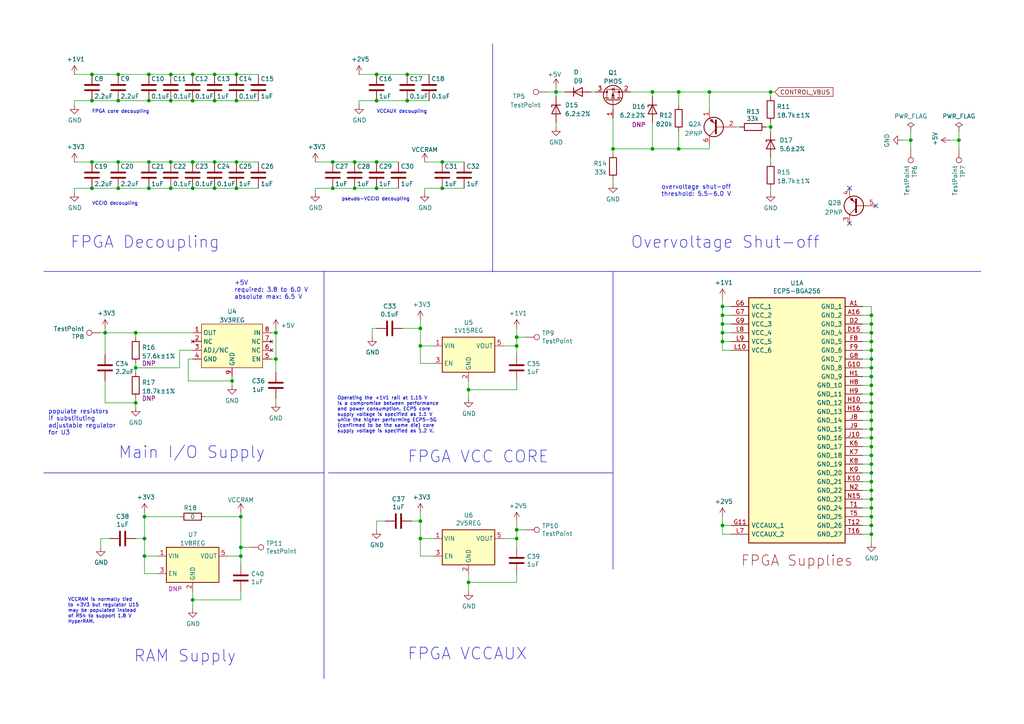
<source format=kicad_sch>
(kicad_sch (version 20230121) (generator eeschema)
  (paper "A4")
  (title_block (title "URTI Mainboard") (date "${DATE}") (rev "${VERSION}") (company "Copyright 2023 Great Scott Gadgets") (comment 1 "Licensed under the CERN-OHL-P v2"))
  (junction (at 102.87 54.61))
  (junction (at 177.8 43.18))
  (junction (at 68.58 29.21))
  (junction (at 39.37 96.52))
  (junction (at 252.73 114.3))
  (junction (at 209.55 96.52))
  (junction (at 278.13 40.64))
  (junction (at 252.73 154.94))
  (junction (at 68.58 21.59))
  (junction (at 62.23 21.59))
  (junction (at 128.27 46.99))
  (junction (at 205.74 26.67))
  (junction (at 69.85 158.75))
  (junction (at 252.73 147.32))
  (junction (at 196.85 26.67))
  (junction (at 209.55 99.06))
  (junction (at 252.73 106.68))
  (junction (at 252.73 139.7))
  (junction (at 26.67 21.59))
  (junction (at 62.23 54.61))
  (junction (at 252.73 124.46))
  (junction (at 209.55 152.4))
  (junction (at 49.53 46.99))
  (junction (at 26.67 54.61))
  (junction (at 209.55 88.9))
  (junction (at 43.18 21.59))
  (junction (at 252.73 142.24))
  (junction (at 109.22 46.99))
  (junction (at 49.53 29.21))
  (junction (at 252.73 129.54))
  (junction (at 69.85 149.86))
  (junction (at 26.67 46.99))
  (junction (at 252.73 104.14))
  (junction (at 252.73 132.08))
  (junction (at 252.73 91.44))
  (junction (at 55.88 54.61))
  (junction (at 41.91 156.21))
  (junction (at 135.89 113.03))
  (junction (at 34.29 46.99))
  (junction (at 252.73 144.78))
  (junction (at 121.92 100.33))
  (junction (at 41.91 161.29))
  (junction (at 55.88 21.59))
  (junction (at 43.18 54.61))
  (junction (at 49.53 54.61))
  (junction (at 209.55 93.98))
  (junction (at 68.58 46.99))
  (junction (at 252.73 96.52))
  (junction (at 149.86 156.21))
  (junction (at 252.73 137.16))
  (junction (at 43.18 46.99))
  (junction (at 121.92 151.13))
  (junction (at 49.53 21.59))
  (junction (at 55.88 29.21))
  (junction (at 34.29 54.61))
  (junction (at 252.73 99.06))
  (junction (at 34.29 21.59))
  (junction (at 252.73 116.84))
  (junction (at 252.73 119.38))
  (junction (at 252.73 149.86))
  (junction (at 55.88 173.99))
  (junction (at 121.92 95.25))
  (junction (at 55.88 46.99))
  (junction (at 96.52 54.61))
  (junction (at 67.31 110.49))
  (junction (at 68.58 54.61))
  (junction (at 41.91 149.86))
  (junction (at 149.86 97.79))
  (junction (at 196.85 43.18))
  (junction (at 96.52 46.99))
  (junction (at 30.48 96.52))
  (junction (at 223.52 36.83))
  (junction (at 252.73 127))
  (junction (at 252.73 152.4))
  (junction (at 252.73 111.76))
  (junction (at 149.86 153.67))
  (junction (at 118.11 29.21))
  (junction (at 80.01 104.14))
  (junction (at 39.37 106.68))
  (junction (at 62.23 46.99))
  (junction (at 149.86 100.33))
  (junction (at 118.11 21.59))
  (junction (at 252.73 121.92))
  (junction (at 189.23 26.67))
  (junction (at 69.85 161.29))
  (junction (at 26.67 29.21))
  (junction (at 109.22 21.59))
  (junction (at 161.29 26.67))
  (junction (at 34.29 29.21))
  (junction (at 264.16 40.64))
  (junction (at 109.22 54.61))
  (junction (at 80.01 96.52))
  (junction (at 43.18 29.21))
  (junction (at 252.73 109.22))
  (junction (at 109.22 29.21))
  (junction (at 128.27 54.61))
  (junction (at 252.73 93.98))
  (junction (at 39.37 116.84))
  (junction (at 252.73 101.6))
  (junction (at 102.87 46.99))
  (junction (at 252.73 134.62))
  (junction (at 121.92 156.21))
  (junction (at 189.23 43.18))
  (junction (at 223.52 26.67))
  (junction (at 62.23 29.21))
  (junction (at 135.89 168.91))
  (junction (at 209.55 91.44))
  (no_connect (at 246.38 64.77))
  (no_connect (at 246.38 54.61))
  (no_connect (at 254 59.69))
  (wire (pts (xy 39.37 156.21) (xy 41.91 156.21)))
  (wire (pts (xy 250.19 127) (xy 252.73 127)))
  (wire (pts (xy 149.86 97.79) (xy 152.4 97.79)))
  (wire (pts (xy 91.44 46.99) (xy 96.52 46.99)))
  (wire (pts (xy 55.88 104.14) (xy 54.61 104.14)))
  (wire (pts (xy 250.19 137.16) (xy 252.73 137.16)))
  (wire (pts (xy 54.61 110.49) (xy 67.31 110.49)))
  (wire (pts (xy 45.72 161.29) (xy 41.91 161.29)))
  (wire (pts (xy 30.48 96.52) (xy 30.48 102.87)))
  (wire (pts (xy 121.92 156.21) (xy 121.92 161.29)))
  (wire (pts (xy 209.55 101.6) (xy 212.09 101.6)))
  (wire (pts (xy 68.58 29.21) (xy 62.23 29.21)))
  (wire (pts (xy 209.55 91.44) (xy 209.55 93.98)))
  (wire (pts (xy 134.62 54.61) (xy 128.27 54.61)))
  (wire (pts (xy 252.73 119.38) (xy 252.73 121.92)))
  (wire (pts (xy 212.09 96.52) (xy 209.55 96.52)))
  (wire (pts (xy 209.55 99.06) (xy 209.55 101.6)))
  (wire (pts (xy 39.37 116.84) (xy 39.37 118.11)))
  (wire (pts (xy 39.37 106.68) (xy 52.07 106.68)))
  (wire (pts (xy 69.85 173.99) (xy 55.88 173.99)))
  (wire (pts (xy 278.13 43.18) (xy 278.13 40.64)))
  (wire (pts (xy 68.58 46.99) (xy 74.93 46.99)))
  (wire (pts (xy 252.73 124.46) (xy 252.73 127)))
  (wire (pts (xy 252.73 106.68) (xy 252.73 109.22)))
  (wire (pts (xy 250.19 134.62) (xy 252.73 134.62)))
  (wire (pts (xy 80.01 104.14) (xy 80.01 96.52)))
  (wire (pts (xy 250.19 111.76) (xy 252.73 111.76)))
  (wire (pts (xy 252.73 147.32) (xy 252.73 149.86)))
  (wire (pts (xy 80.01 115.57) (xy 80.01 116.84)))
  (wire (pts (xy 121.92 105.41) (xy 125.73 105.41)))
  (wire (pts (xy 109.22 153.67) (xy 109.22 151.13)))
  (wire (pts (xy 250.19 114.3) (xy 252.73 114.3)))
  (wire (pts (xy 69.85 158.75) (xy 69.85 161.29)))
  (wire (pts (xy 209.55 149.86) (xy 209.55 152.4)))
  (wire (pts (xy 149.86 95.25) (xy 149.86 97.79)))
  (wire (pts (xy 252.73 101.6) (xy 252.73 104.14)))
  (wire (pts (xy 252.73 149.86) (xy 252.73 152.4)))
  (wire (pts (xy 177.8 53.34) (xy 177.8 52.07)))
  (wire (pts (xy 149.86 153.67) (xy 149.86 156.21)))
  (wire (pts (xy 212.09 99.06) (xy 209.55 99.06)))
  (wire (pts (xy 26.67 54.61) (xy 34.29 54.61)))
  (wire (pts (xy 223.52 36.83) (xy 223.52 38.1)))
  (wire (pts (xy 121.92 151.13) (xy 121.92 156.21)))
  (wire (pts (xy 107.95 97.79) (xy 107.95 95.25)))
  (wire (pts (xy 189.23 26.67) (xy 182.88 26.67)))
  (wire (pts (xy 250.19 119.38) (xy 252.73 119.38)))
  (polyline (pts (xy 93.98 78.74) (xy 93.98 196.85)))
  (wire (pts (xy 109.22 29.21) (xy 104.14 29.21)))
  (wire (pts (xy 172.72 26.67) (xy 171.45 26.67)))
  (wire (pts (xy 161.29 27.94) (xy 161.29 26.67)))
  (wire (pts (xy 41.91 156.21) (xy 41.91 161.29)))
  (wire (pts (xy 123.19 46.99) (xy 128.27 46.99)))
  (wire (pts (xy 62.23 21.59) (xy 68.58 21.59)))
  (wire (pts (xy 252.73 142.24) (xy 252.73 144.78)))
  (wire (pts (xy 177.8 44.45) (xy 177.8 43.18)))
  (wire (pts (xy 212.09 152.4) (xy 209.55 152.4)))
  (wire (pts (xy 212.09 91.44) (xy 209.55 91.44)))
  (wire (pts (xy 223.52 54.61) (xy 223.52 55.88)))
  (wire (pts (xy 189.23 35.56) (xy 189.23 43.18)))
  (wire (pts (xy 104.14 29.21) (xy 104.14 30.48)))
  (wire (pts (xy 264.16 40.64) (xy 264.16 38.1)))
  (wire (pts (xy 196.85 26.67) (xy 205.74 26.67)))
  (wire (pts (xy 68.58 54.61) (xy 62.23 54.61)))
  (wire (pts (xy 252.73 99.06) (xy 252.73 101.6)))
  (wire (pts (xy 250.19 142.24) (xy 252.73 142.24)))
  (wire (pts (xy 41.91 148.59) (xy 41.91 149.86)))
  (wire (pts (xy 250.19 116.84) (xy 252.73 116.84)))
  (wire (pts (xy 250.19 99.06) (xy 252.73 99.06)))
  (wire (pts (xy 146.05 156.21) (xy 149.86 156.21)))
  (wire (pts (xy 252.73 139.7) (xy 252.73 142.24)))
  (wire (pts (xy 223.52 26.67) (xy 223.52 27.94)))
  (wire (pts (xy 250.19 124.46) (xy 252.73 124.46)))
  (wire (pts (xy 116.84 95.25) (xy 121.92 95.25)))
  (wire (pts (xy 39.37 105.41) (xy 39.37 106.68)))
  (wire (pts (xy 118.11 21.59) (xy 124.46 21.59)))
  (wire (pts (xy 26.67 46.99) (xy 34.29 46.99)))
  (wire (pts (xy 161.29 25.4) (xy 161.29 26.67)))
  (wire (pts (xy 54.61 104.14) (xy 54.61 110.49)))
  (wire (pts (xy 67.31 110.49) (xy 67.31 111.76)))
  (wire (pts (xy 250.19 139.7) (xy 252.73 139.7)))
  (wire (pts (xy 252.73 109.22) (xy 252.73 111.76)))
  (wire (pts (xy 252.73 129.54) (xy 252.73 132.08)))
  (wire (pts (xy 250.19 144.78) (xy 252.73 144.78)))
  (polyline (pts (xy 12.7 78.74) (xy 284.48 78.74)))
  (wire (pts (xy 252.73 144.78) (xy 252.73 147.32)))
  (wire (pts (xy 39.37 96.52) (xy 55.88 96.52)))
  (wire (pts (xy 62.23 29.21) (xy 55.88 29.21)))
  (wire (pts (xy 121.92 100.33) (xy 121.92 105.41)))
  (wire (pts (xy 209.55 154.94) (xy 209.55 152.4)))
  (wire (pts (xy 278.13 40.64) (xy 278.13 38.1)))
  (wire (pts (xy 149.86 168.91) (xy 135.89 168.91)))
  (wire (pts (xy 224.79 26.67) (xy 223.52 26.67)))
  (wire (pts (xy 62.23 46.99) (xy 68.58 46.99)))
  (wire (pts (xy 223.52 45.72) (xy 223.52 46.99)))
  (wire (pts (xy 250.19 96.52) (xy 252.73 96.52)))
  (wire (pts (xy 52.07 106.68) (xy 52.07 101.6)))
  (wire (pts (xy 163.83 26.67) (xy 161.29 26.67)))
  (wire (pts (xy 252.73 152.4) (xy 252.73 154.94)))
  (wire (pts (xy 135.89 110.49) (xy 135.89 113.03)))
  (wire (pts (xy 109.22 29.21) (xy 118.11 29.21)))
  (polyline (pts (xy 95.25 137.16) (xy 177.8 137.16)))
  (wire (pts (xy 205.74 41.91) (xy 205.74 43.18)))
  (wire (pts (xy 250.19 149.86) (xy 252.73 149.86)))
  (wire (pts (xy 69.85 148.59) (xy 69.85 149.86)))
  (wire (pts (xy 29.21 158.75) (xy 29.21 156.21)))
  (wire (pts (xy 189.23 27.94) (xy 189.23 26.67)))
  (wire (pts (xy 223.52 36.83) (xy 223.52 35.56)))
  (wire (pts (xy 69.85 149.86) (xy 69.85 158.75)))
  (wire (pts (xy 252.73 93.98) (xy 252.73 96.52)))
  (wire (pts (xy 212.09 154.94) (xy 209.55 154.94)))
  (polyline (pts (xy 93.98 137.16) (xy 12.7 137.16)))
  (wire (pts (xy 135.89 168.91) (xy 135.89 171.45)))
  (wire (pts (xy 109.22 46.99) (xy 115.57 46.99)))
  (wire (pts (xy 250.19 129.54) (xy 252.73 129.54)))
  (wire (pts (xy 43.18 21.59) (xy 49.53 21.59)))
  (wire (pts (xy 80.01 96.52) (xy 78.74 96.52)))
  (wire (pts (xy 209.55 96.52) (xy 209.55 99.06)))
  (wire (pts (xy 149.86 166.37) (xy 149.86 168.91)))
  (polyline (pts (xy 142.875 78.74) (xy 142.875 12.7)))
  (wire (pts (xy 125.73 100.33) (xy 121.92 100.33)))
  (wire (pts (xy 41.91 149.86) (xy 52.07 149.86)))
  (wire (pts (xy 158.75 26.67) (xy 161.29 26.67)))
  (wire (pts (xy 39.37 106.68) (xy 39.37 107.95)))
  (wire (pts (xy 59.69 149.86) (xy 69.85 149.86)))
  (wire (pts (xy 250.19 106.68) (xy 252.73 106.68)))
  (wire (pts (xy 125.73 156.21) (xy 121.92 156.21)))
  (wire (pts (xy 123.19 55.88) (xy 123.19 54.61)))
  (wire (pts (xy 121.92 161.29) (xy 125.73 161.29)))
  (wire (pts (xy 135.89 113.03) (xy 135.89 115.57)))
  (wire (pts (xy 252.73 121.92) (xy 252.73 124.46)))
  (polyline (pts (xy 177.8 78.74) (xy 177.8 165.1)))
  (wire (pts (xy 252.73 114.3) (xy 252.73 116.84)))
  (wire (pts (xy 119.38 151.13) (xy 121.92 151.13)))
  (wire (pts (xy 213.36 36.83) (xy 214.63 36.83)))
  (wire (pts (xy 196.85 43.18) (xy 189.23 43.18)))
  (wire (pts (xy 149.86 158.75) (xy 149.86 156.21)))
  (wire (pts (xy 252.73 132.08) (xy 252.73 134.62)))
  (wire (pts (xy 30.48 96.52) (xy 39.37 96.52)))
  (wire (pts (xy 91.44 54.61) (xy 91.44 55.88)))
  (wire (pts (xy 250.19 147.32) (xy 252.73 147.32)))
  (wire (pts (xy 252.73 137.16) (xy 252.73 139.7)))
  (wire (pts (xy 252.73 134.62) (xy 252.73 137.16)))
  (wire (pts (xy 26.67 29.21) (xy 21.59 29.21)))
  (wire (pts (xy 212.09 88.9) (xy 209.55 88.9)))
  (wire (pts (xy 21.59 21.59) (xy 26.67 21.59)))
  (wire (pts (xy 21.59 46.99) (xy 26.67 46.99)))
  (wire (pts (xy 252.73 127) (xy 252.73 129.54)))
  (wire (pts (xy 69.85 171.45) (xy 69.85 173.99)))
  (wire (pts (xy 250.19 121.92) (xy 252.73 121.92)))
  (wire (pts (xy 189.23 43.18) (xy 177.8 43.18)))
  (wire (pts (xy 149.86 97.79) (xy 149.86 100.33)))
  (wire (pts (xy 196.85 38.1) (xy 196.85 43.18)))
  (wire (pts (xy 121.92 95.25) (xy 121.92 100.33)))
  (wire (pts (xy 39.37 116.84) (xy 39.37 115.57)))
  (wire (pts (xy 109.22 151.13) (xy 111.76 151.13)))
  (wire (pts (xy 55.88 29.21) (xy 49.53 29.21)))
  (wire (pts (xy 72.39 158.75) (xy 69.85 158.75)))
  (wire (pts (xy 177.8 43.18) (xy 177.8 34.29)))
  (wire (pts (xy 252.73 104.14) (xy 252.73 106.68)))
  (wire (pts (xy 96.52 54.61) (xy 91.44 54.61)))
  (wire (pts (xy 26.67 54.61) (xy 21.59 54.61)))
  (wire (pts (xy 149.86 113.03) (xy 135.89 113.03)))
  (wire (pts (xy 205.74 26.67) (xy 205.74 31.75)))
  (wire (pts (xy 209.55 88.9) (xy 209.55 91.44)))
  (wire (pts (xy 96.52 46.99) (xy 102.87 46.99)))
  (wire (pts (xy 34.29 46.99) (xy 43.18 46.99)))
  (wire (pts (xy 121.92 92.71) (xy 121.92 95.25)))
  (wire (pts (xy 124.46 29.21) (xy 118.11 29.21)))
  (wire (pts (xy 250.19 109.22) (xy 252.73 109.22)))
  (wire (pts (xy 261.62 40.64) (xy 264.16 40.64)))
  (wire (pts (xy 49.53 29.21) (xy 43.18 29.21)))
  (wire (pts (xy 41.91 149.86) (xy 41.91 156.21)))
  (wire (pts (xy 128.27 46.99) (xy 134.62 46.99)))
  (wire (pts (xy 212.09 93.98) (xy 209.55 93.98)))
  (wire (pts (xy 135.89 166.37) (xy 135.89 168.91)))
  (wire (pts (xy 34.29 21.59) (xy 43.18 21.59)))
  (wire (pts (xy 55.88 21.59) (xy 62.23 21.59)))
  (wire (pts (xy 121.92 148.59) (xy 121.92 151.13)))
  (wire (pts (xy 209.55 93.98) (xy 209.55 96.52)))
  (wire (pts (xy 55.88 173.99) (xy 55.88 176.53)))
  (wire (pts (xy 161.29 35.56) (xy 161.29 36.83)))
  (wire (pts (xy 115.57 54.61) (xy 109.22 54.61)))
  (wire (pts (xy 41.91 166.37) (xy 45.72 166.37)))
  (wire (pts (xy 250.19 152.4) (xy 252.73 152.4)))
  (wire (pts (xy 252.73 91.44) (xy 252.73 93.98)))
  (wire (pts (xy 104.14 21.59) (xy 109.22 21.59)))
  (wire (pts (xy 55.88 171.45) (xy 55.88 173.99)))
  (wire (pts (xy 43.18 54.61) (xy 49.53 54.61)))
  (wire (pts (xy 252.73 96.52) (xy 252.73 99.06)))
  (wire (pts (xy 21.59 29.21) (xy 21.59 30.48)))
  (wire (pts (xy 34.29 54.61) (xy 43.18 54.61)))
  (wire (pts (xy 62.23 54.61) (xy 55.88 54.61)))
  (wire (pts (xy 250.19 91.44) (xy 252.73 91.44)))
  (wire (pts (xy 30.48 116.84) (xy 30.48 110.49)))
  (wire (pts (xy 68.58 21.59) (xy 74.93 21.59)))
  (wire (pts (xy 209.55 86.36) (xy 209.55 88.9)))
  (wire (pts (xy 264.16 43.18) (xy 264.16 40.64)))
  (wire (pts (xy 109.22 54.61) (xy 102.87 54.61)))
  (wire (pts (xy 250.19 104.14) (xy 252.73 104.14)))
  (wire (pts (xy 252.73 88.9) (xy 252.73 91.44)))
  (wire (pts (xy 107.95 95.25) (xy 109.22 95.25)))
  (wire (pts (xy 49.53 21.59) (xy 55.88 21.59)))
  (wire (pts (xy 146.05 100.33) (xy 149.86 100.33)))
  (wire (pts (xy 55.88 46.99) (xy 62.23 46.99)))
  (wire (pts (xy 223.52 36.83) (xy 222.25 36.83)))
  (wire (pts (xy 78.74 104.14) (xy 80.01 104.14)))
  (wire (pts (xy 109.22 21.59) (xy 118.11 21.59)))
  (wire (pts (xy 66.04 161.29) (xy 69.85 161.29)))
  (wire (pts (xy 250.19 88.9) (xy 252.73 88.9)))
  (wire (pts (xy 30.48 96.52) (xy 30.48 95.25)))
  (wire (pts (xy 41.91 161.29) (xy 41.91 166.37)))
  (wire (pts (xy 34.29 29.21) (xy 43.18 29.21)))
  (wire (pts (xy 205.74 43.18) (xy 196.85 43.18)))
  (wire (pts (xy 102.87 46.99) (xy 109.22 46.99)))
  (wire (pts (xy 152.4 153.67) (xy 149.86 153.67)))
  (wire (pts (xy 250.19 101.6) (xy 252.73 101.6)))
  (wire (pts (xy 196.85 30.48) (xy 196.85 26.67)))
  (wire (pts (xy 250.19 93.98) (xy 252.73 93.98)))
  (wire (pts (xy 149.86 100.33) (xy 149.86 102.87)))
  (wire (pts (xy 96.52 54.61) (xy 102.87 54.61)))
  (wire (pts (xy 39.37 97.79) (xy 39.37 96.52)))
  (wire (pts (xy 250.19 154.94) (xy 252.73 154.94)))
  (wire (pts (xy 275.59 40.64) (xy 278.13 40.64)))
  (wire (pts (xy 69.85 163.83) (xy 69.85 161.29)))
  (wire (pts (xy 205.74 26.67) (xy 223.52 26.67)))
  (wire (pts (xy 80.01 95.25) (xy 80.01 96.52)))
  (wire (pts (xy 29.21 156.21) (xy 31.75 156.21)))
  (wire (pts (xy 21.59 54.61) (xy 21.59 55.88)))
  (wire (pts (xy 149.86 151.13) (xy 149.86 153.67)))
  (wire (pts (xy 123.19 54.61) (xy 128.27 54.61)))
  (wire (pts (xy 49.53 46.99) (xy 55.88 46.99)))
  (wire (pts (xy 43.18 46.99) (xy 49.53 46.99)))
  (wire (pts (xy 67.31 109.22) (xy 67.31 110.49)))
  (wire (pts (xy 252.73 111.76) (xy 252.73 114.3)))
  (wire (pts (xy 26.67 29.21) (xy 34.29 29.21)))
  (wire (pts (xy 196.85 26.67) (xy 189.23 26.67)))
  (wire (pts (xy 74.93 29.21) (xy 68.58 29.21)))
  (wire (pts (xy 30.48 96.52) (xy 29.21 96.52)))
  (wire (pts (xy 80.01 107.95) (xy 80.01 104.14)))
  (wire (pts (xy 49.53 54.61) (xy 55.88 54.61)))
  (wire (pts (xy 30.48 116.84) (xy 39.37 116.84)))
  (wire (pts (xy 52.07 101.6) (xy 55.88 101.6)))
  (wire (pts (xy 26.67 21.59) (xy 34.29 21.59)))
  (wire (pts (xy 252.73 116.84) (xy 252.73 119.38)))
  (wire (pts (xy 74.93 54.61) (xy 68.58 54.61)))
  (wire (pts (xy 149.86 110.49) (xy 149.86 113.03)))
  (wire (pts (xy 250.19 132.08) (xy 252.73 132.08)))
  (wire (pts (xy 252.73 154.94) (xy 252.73 157.48)))
  (text "VCCIO decoupling" (at 26.67 59.69 0) (effects (font (size 0.9906 0.9906)) (justify left bottom)))
  (text "FPGA VCC CORE" (at 118.11 134.62 0) (effects (font (size 3.4036 3.4036)) (justify left bottom)))
  (text "FPGA Decoupling" (at 20.32 72.39 0) (effects (font (size 3.4036 3.4036)) (justify left bottom)))
  (text "FPGA core decoupling" (at 26.67 33.02 0) (effects (font (size 0.9906 0.9906)) (justify left bottom)))
  (text "+5V\nrequired: 3.8 to 6.0 V\nabsolute max: 6.5 V" (at 67.945 86.995 0) (effects (font (size 1.27 1.27)) (justify left bottom)))
  (text "overvoltage shut-off\nthreshold: 5.5-6.0 V" (at 191.77 57.15 0) (effects (font (size 1.27 1.27)) (justify left bottom)))
  (text "VCCRAM is normally tied\nto +3V3 but regulator U15\nmay be populated instead\nof R54 to support 1.8 V\nHyperRAM." (at 19.685 180.975 0) (effects (font (size 0.9906 0.9906)) (justify left bottom)))
  (text "VCCAUX decoupling" (at 109.22 33.02 0) (effects (font (size 0.9906 0.9906)) (justify left bottom)))
  (text "FPGA VCCAUX" (at 118.11 191.77 0) (effects (font (size 3.4036 3.4036)) (justify left bottom)))
  (text "Main I/O Supply" (at 34.29 133.35 0) (effects (font (size 3.4036 3.4036)) (justify left bottom)))
  (text "Overvoltage Shut-off" (at 182.88 72.39 0) (effects (font (size 3.4036 3.4036)) (justify left bottom)))
  (text "populate resistors\nif substituting\nadjustable regulator\nfor U3" (at 13.97 126.365 0) (effects (font (size 1.27 1.27)) (justify left bottom)))
  (text "RAM Supply" (at 38.735 192.405 0) (effects (font (size 3.4036 3.4036)) (justify left bottom)))
  (text "Operating the +1V1 rail at 1.15 V\nis a compromise between performance\nand power consumption. ECP5 core\nsupply voltage is specified as 1.1 V\nwhile the higher performing ECP5-5G\n(confirmed to be the same die) core\nsupply voltage is specified as 1.2 V.\n" (at 97.79 125.73 0) (effects (font (size 0.9906 0.9906)) (justify left bottom)))
  (text "pseudo-VCCIO decoupling" (at 99.06 58.42 0) (effects (font (size 0.9906 0.9906)) (justify left bottom)))
  (global_label "CONTROL_VBUS" (shape input) (at 224.79 26.67 0) (property "Intersheetrefs" "${INTERSHEET_REFS}" (effects hide)))
  (symbol (lib_id "fpgas_and_processors:ECP5-BGA256") (at 212.09 86.36 0) (unit 1)
    (property "Reference" "U1" (at 231.14 82.0928 0))
    (property "Value" "ECP5-BGA256" (at 231.14 84.4042 0))
    (property "Footprint" "mainboard:lattice_cabga256" (effects hide))
    (property "Description" "FPGA - Field Programmable Gate Array ECP5; 12k LUTs; 1.1V" (effects hide))
    (property "Manufacturer" "Lattice" (effects hide))
    (property "Part Number" "LFE5U-12F-6BG256C" (effects hide))
    (property "Substitution" "LFE5U-12F-*BG256*, LFE5U-25F-*BG256*" (effects hide))
  )
  (symbol (lib_id "power:GND") (at 252.73 157.48 0) (unit 1)
    (property "Reference" "#PWR0104" (effects hide))
    (property "Value" "GND" (at 252.857 161.8742 0))
  )
  (symbol (lib_id "power:+2V5") (at 209.55 149.86 0) (unit 1)
    (property "Reference" "#PWR0101" (effects hide))
    (property "Value" "+2V5" (at 209.931 145.4658 0))
  )
  (symbol (lib_id "power:+1V1") (at 209.55 86.36 0) (unit 1)
    (property "Reference" "#PWR088" (effects hide))
    (property "Value" "+1V1" (at 209.931 81.9658 0))
  )
  (symbol (lib_id "power:+3V3") (at 121.92 148.59 0) (unit 1)
    (property "Reference" "#PWR0100" (effects hide))
    (property "Value" "+3V3" (at 122.301 144.1958 0))
  )
  (symbol (lib_id "power:GND") (at 135.89 171.45 0) (unit 1)
    (property "Reference" "#PWR0106" (effects hide))
    (property "Value" "GND" (at 136.017 175.8442 0))
  )
  (symbol (lib_id "Device:C") (at 115.57 151.13 270) (unit 1)
    (property "Reference" "C37" (at 115.57 144.7292 90))
    (property "Value" "1uF" (at 115.57 147.0406 90))
    (property "Footprint" "Capacitor_SMD:C_0402_1005Metric" (effects hide))
    (property "Part Number" "CL05A105MQ5NNNC" (effects hide))
    (property "Substitution" "CL05A105KQ5NNNC, CL05A105KP5NNNC, CL05A105KO5NNNC" (effects hide))
    (property "Description" "CAP CER 1UF 6.3V X5R 0402 20%" (effects hide))
    (property "Manufacturer" "Samsung" (effects hide))
  )
  (symbol (lib_id "power:GND") (at 109.22 153.67 0) (unit 1)
    (property "Reference" "#PWR0103" (effects hide))
    (property "Value" "GND" (at 109.347 158.0642 0))
  )
  (symbol (lib_id "Device:C") (at 149.86 162.56 0) (unit 1)
    (property "Reference" "C39" (at 152.781 161.3916 0) (effects (justify left)))
    (property "Value" "1uF" (at 152.781 163.703 0) (effects (justify left)))
    (property "Footprint" "Capacitor_SMD:C_0402_1005Metric" (effects hide))
    (property "Part Number" "CL05A105MQ5NNNC" (effects hide))
    (property "Substitution" "CL05A105KQ5NNNC, CL05A105KP5NNNC, CL05A105KO5NNNC" (effects hide))
    (property "Description" "CAP CER 1UF 6.3V X5R 0402 20%" (effects hide))
    (property "Manufacturer" "Samsung" (effects hide))
  )
  (symbol (lib_id "Regulator_Linear:MIC5504-2.5YM5") (at 135.89 158.75 0) (unit 1)
    (property "Reference" "U6" (at 135.89 149.4282 0))
    (property "Value" "2V5REG" (at 135.89 151.7396 0))
    (property "Footprint" "Package_TO_SOT_SMD:SOT-23-5" (effects hide))
    (property "Datasheet" "http://ww1.microchip.com/downloads/en/DeviceDoc/MIC550X.pdf" (effects hide))
    (property "Description" "IC REG LINEAR 2.5V 300MA SOT23-5" (effects hide))
    (property "Manufacturer" "Microchip" (effects hide))
    (property "Part Number" "MIC5504-2.5YM5-TR" (effects hide))
  )
  (symbol (lib_id "power:+2V5") (at 149.86 151.13 0) (unit 1)
    (property "Reference" "#PWR0102" (effects hide))
    (property "Value" "+2V5" (at 150.241 146.7358 0))
  )
  (symbol (lib_id "Device:C") (at 30.48 106.68 0) (unit 1)
    (property "Reference" "C34" (at 33.401 105.5116 0) (effects (justify left)))
    (property "Value" "2.2uF" (at 33.401 107.823 0) (effects (justify left)))
    (property "Footprint" "Capacitor_SMD:C_0603_1608Metric" (effects hide))
    (property "Description" "CAP CER 2.2UF 10V X5R 0603" (effects hide))
    (property "Manufacturer" "Samsung" (effects hide))
    (property "Part Number" "CL10A225KP8NNNC" (effects hide))
    (property "Substitution" "any equivalent" (effects hide))
  )
  (symbol (lib_id "power:+3V3") (at 30.48 95.25 0) (unit 1)
    (property "Reference" "#PWR090" (effects hide))
    (property "Value" "+3V3" (at 30.861 90.8558 0))
  )
  (symbol (lib_id "power:GND") (at 135.89 115.57 0) (unit 1)
    (property "Reference" "#PWR095" (effects hide))
    (property "Value" "GND" (at 136.017 119.9642 0))
  )
  (symbol (lib_id "Device:C") (at 113.03 95.25 270) (unit 1)
    (property "Reference" "C33" (at 113.03 88.8492 90))
    (property "Value" "0.1uF" (at 113.03 91.1606 90))
    (property "Footprint" "Capacitor_SMD:C_0402_1005Metric" (effects hide))
    (property "Part Number" "CL05A104KA5NNNC" (effects hide))
    (property "Substitution" "any equivalent" (effects hide))
    (property "Description" "CAP CER 0.1UF 25V X5R 0402" (effects hide))
    (property "Manufacturer" "Samsung" (effects hide))
  )
  (symbol (lib_id "power:GND") (at 107.95 97.79 0) (unit 1)
    (property "Reference" "#PWR093" (effects hide))
    (property "Value" "GND" (at 108.077 102.1842 0))
  )
  (symbol (lib_id "Device:C") (at 149.86 106.68 0) (unit 1)
    (property "Reference" "C35" (at 152.781 105.5116 0) (effects (justify left)))
    (property "Value" "1uF" (at 152.781 107.823 0) (effects (justify left)))
    (property "Footprint" "Capacitor_SMD:C_0402_1005Metric" (effects hide))
    (property "Part Number" "CL05A105MQ5NNNC" (effects hide))
    (property "Substitution" "CL05A105KQ5NNNC, CL05A105KP5NNNC, CL05A105KO5NNNC" (effects hide))
    (property "Description" "CAP CER 1UF 6.3V X5R 0402 20%" (effects hide))
    (property "Manufacturer" "Samsung" (effects hide))
  )
  (symbol (lib_id "power:+1V1") (at 149.86 95.25 0) (unit 1)
    (property "Reference" "#PWR092" (effects hide))
    (property "Value" "+1V1" (at 150.241 90.8558 0))
  )
  (symbol (lib_id "Device:C") (at 43.18 25.4 0) (unit 1)
    (property "Reference" "C10" (at 43.815 22.86 0) (effects (justify left)))
    (property "Value" "0.1uF" (at 43.815 27.94 0) (effects (justify left)))
    (property "Footprint" "Capacitor_SMD:C_0402_1005Metric" (effects hide))
    (property "Part Number" "CL05A104KA5NNNC" (effects hide))
    (property "Substitution" "any equivalent" (effects hide))
    (property "Description" "CAP CER 0.1UF 25V X5R 0402" (effects hide))
    (property "Manufacturer" "Samsung" (effects hide))
  )
  (symbol (lib_id "Device:C") (at 49.53 25.4 0) (unit 1)
    (property "Reference" "C11" (at 50.165 22.86 0) (effects (justify left)))
    (property "Value" "0.1uF" (at 50.165 27.94 0) (effects (justify left)))
    (property "Footprint" "Capacitor_SMD:C_0402_1005Metric" (effects hide))
    (property "Part Number" "CL05A104KA5NNNC" (effects hide))
    (property "Substitution" "any equivalent" (effects hide))
    (property "Description" "CAP CER 0.1UF 25V X5R 0402" (effects hide))
    (property "Manufacturer" "Samsung" (effects hide))
  )
  (symbol (lib_id "Device:C") (at 55.88 25.4 0) (unit 1)
    (property "Reference" "C12" (at 56.515 22.86 0) (effects (justify left)))
    (property "Value" "0.1uF" (at 56.515 27.94 0) (effects (justify left)))
    (property "Footprint" "Capacitor_SMD:C_0402_1005Metric" (effects hide))
    (property "Part Number" "CL05A104KA5NNNC" (effects hide))
    (property "Substitution" "any equivalent" (effects hide))
    (property "Description" "CAP CER 0.1UF 25V X5R 0402" (effects hide))
    (property "Manufacturer" "Samsung" (effects hide))
  )
  (symbol (lib_id "Device:C") (at 62.23 25.4 0) (unit 1)
    (property "Reference" "C13" (at 62.865 22.86 0) (effects (justify left)))
    (property "Value" "1uF" (at 62.865 27.94 0) (effects (justify left)))
    (property "Footprint" "Capacitor_SMD:C_0402_1005Metric" (effects hide))
    (property "Part Number" "CL05A105MQ5NNNC" (effects hide))
    (property "Substitution" "CL05A105KQ5NNNC, CL05A105KP5NNNC, CL05A105KO5NNNC" (effects hide))
    (property "Description" "CAP CER 1UF 6.3V X5R 0402 20%" (effects hide))
    (property "Manufacturer" "Samsung" (effects hide))
  )
  (symbol (lib_id "Device:C") (at 68.58 25.4 0) (unit 1)
    (property "Reference" "C14" (at 69.215 22.86 0) (effects (justify left)))
    (property "Value" "0.1uF" (at 69.215 27.94 0) (effects (justify left)))
    (property "Footprint" "Capacitor_SMD:C_0402_1005Metric" (effects hide))
    (property "Part Number" "CL05A104KA5NNNC" (effects hide))
    (property "Substitution" "any equivalent" (effects hide))
    (property "Description" "CAP CER 0.1UF 25V X5R 0402" (effects hide))
    (property "Manufacturer" "Samsung" (effects hide))
  )
  (symbol (lib_id "Device:C") (at 74.93 25.4 0) (unit 1)
    (property "Reference" "C15" (at 75.565 22.86 0) (effects (justify left)))
    (property "Value" "1uF" (at 75.565 27.94 0) (effects (justify left)))
    (property "Footprint" "Capacitor_SMD:C_0402_1005Metric" (effects hide))
    (property "Part Number" "CL05A105MQ5NNNC" (effects hide))
    (property "Substitution" "CL05A105KQ5NNNC, CL05A105KP5NNNC, CL05A105KO5NNNC" (effects hide))
    (property "Description" "CAP CER 1UF 6.3V X5R 0402 20%" (effects hide))
    (property "Manufacturer" "Samsung" (effects hide))
  )
  (symbol (lib_id "Device:C") (at 34.29 25.4 0) (unit 1)
    (property "Reference" "C9" (at 34.925 22.86 0) (effects (justify left)))
    (property "Value" "2.2uF" (at 34.925 27.94 0) (effects (justify left)))
    (property "Footprint" "Capacitor_SMD:C_0603_1608Metric" (effects hide))
    (property "Description" "CAP CER 2.2UF 10V X5R 0603" (effects hide))
    (property "Manufacturer" "Samsung" (effects hide))
    (property "Part Number" "CL10A225KP8NNNC" (effects hide))
    (property "Substitution" "any equivalent" (effects hide))
  )
  (symbol (lib_id "Device:C") (at 26.67 25.4 0) (unit 1)
    (property "Reference" "C8" (at 27.305 22.86 0) (effects (justify left)))
    (property "Value" "2.2uF" (at 27.305 27.94 0) (effects (justify left)))
    (property "Footprint" "Capacitor_SMD:C_0603_1608Metric" (effects hide))
    (property "Description" "CAP CER 2.2UF 10V X5R 0603" (effects hide))
    (property "Manufacturer" "Samsung" (effects hide))
    (property "Part Number" "CL10A225KP8NNNC" (effects hide))
    (property "Substitution" "any equivalent" (effects hide))
  )
  (symbol (lib_id "power:+1V1") (at 21.59 21.59 0) (unit 1)
    (property "Reference" "#PWR072" (effects hide))
    (property "Value" "+1V1" (at 21.971 17.1958 0))
  )
  (symbol (lib_id "power:GND") (at 21.59 30.48 0) (unit 1)
    (property "Reference" "#PWR075" (effects hide))
    (property "Value" "GND" (at 21.717 34.8742 0))
  )
  (symbol (lib_id "Device:C") (at 43.18 50.8 0) (unit 1)
    (property "Reference" "C21" (at 43.815 48.26 0) (effects (justify left)))
    (property "Value" "1uF" (at 43.815 53.34 0) (effects (justify left)))
    (property "Footprint" "Capacitor_SMD:C_0402_1005Metric" (effects hide))
    (property "Part Number" "CL05A105MQ5NNNC" (effects hide))
    (property "Substitution" "CL05A105KQ5NNNC, CL05A105KP5NNNC, CL05A105KO5NNNC" (effects hide))
    (property "Description" "CAP CER 1UF 6.3V X5R 0402 20%" (effects hide))
    (property "Manufacturer" "Samsung" (effects hide))
  )
  (symbol (lib_id "Device:C") (at 55.88 50.8 0) (unit 1)
    (property "Reference" "C23" (at 56.515 48.26 0) (effects (justify left)))
    (property "Value" "0.1uF" (at 56.515 53.34 0) (effects (justify left)))
    (property "Footprint" "Capacitor_SMD:C_0402_1005Metric" (effects hide))
    (property "Part Number" "CL05A104KA5NNNC" (effects hide))
    (property "Substitution" "any equivalent" (effects hide))
    (property "Description" "CAP CER 0.1UF 25V X5R 0402" (effects hide))
    (property "Manufacturer" "Samsung" (effects hide))
  )
  (symbol (lib_id "Device:C") (at 62.23 50.8 0) (unit 1)
    (property "Reference" "C24" (at 62.865 48.26 0) (effects (justify left)))
    (property "Value" "0.1uF" (at 62.865 53.34 0) (effects (justify left)))
    (property "Footprint" "Capacitor_SMD:C_0402_1005Metric" (effects hide))
    (property "Part Number" "CL05A104KA5NNNC" (effects hide))
    (property "Substitution" "any equivalent" (effects hide))
    (property "Description" "CAP CER 0.1UF 25V X5R 0402" (effects hide))
    (property "Manufacturer" "Samsung" (effects hide))
  )
  (symbol (lib_id "Device:C") (at 68.58 50.8 0) (unit 1)
    (property "Reference" "C25" (at 69.215 48.26 0) (effects (justify left)))
    (property "Value" "1uF" (at 69.215 53.34 0) (effects (justify left)))
    (property "Footprint" "Capacitor_SMD:C_0402_1005Metric" (effects hide))
    (property "Part Number" "CL05A105MQ5NNNC" (effects hide))
    (property "Substitution" "CL05A105KQ5NNNC, CL05A105KP5NNNC, CL05A105KO5NNNC" (effects hide))
    (property "Description" "CAP CER 1UF 6.3V X5R 0402 20%" (effects hide))
    (property "Manufacturer" "Samsung" (effects hide))
  )
  (symbol (lib_id "Device:C") (at 74.93 50.8 0) (unit 1)
    (property "Reference" "C26" (at 75.565 48.26 0) (effects (justify left)))
    (property "Value" "1uF" (at 75.565 53.34 0) (effects (justify left)))
    (property "Footprint" "Capacitor_SMD:C_0402_1005Metric" (effects hide))
    (property "Part Number" "CL05A105MQ5NNNC" (effects hide))
    (property "Substitution" "CL05A105KQ5NNNC, CL05A105KP5NNNC, CL05A105KO5NNNC" (effects hide))
    (property "Description" "CAP CER 1UF 6.3V X5R 0402 20%" (effects hide))
    (property "Manufacturer" "Samsung" (effects hide))
  )
  (symbol (lib_id "Device:C") (at 26.67 50.8 0) (unit 1)
    (property "Reference" "C19" (at 27.305 48.26 0) (effects (justify left)))
    (property "Value" "2.2uF" (at 27.305 53.34 0) (effects (justify left)))
    (property "Footprint" "Capacitor_SMD:C_0603_1608Metric" (effects hide))
    (property "Description" "CAP CER 2.2UF 10V X5R 0603" (effects hide))
    (property "Manufacturer" "Samsung" (effects hide))
    (property "Part Number" "CL10A225KP8NNNC" (effects hide))
    (property "Substitution" "any equivalent" (effects hide))
  )
  (symbol (lib_id "power:GND") (at 21.59 55.88 0) (unit 1)
    (property "Reference" "#PWR084" (effects hide))
    (property "Value" "GND" (at 21.717 60.2742 0))
  )
  (symbol (lib_id "Device:C") (at 34.29 50.8 0) (unit 1)
    (property "Reference" "C20" (at 34.925 48.26 0) (effects (justify left)))
    (property "Value" "2.2uF" (at 34.925 53.34 0) (effects (justify left)))
    (property "Footprint" "Capacitor_SMD:C_0603_1608Metric" (effects hide))
    (property "Description" "CAP CER 2.2UF 10V X5R 0603" (effects hide))
    (property "Manufacturer" "Samsung" (effects hide))
    (property "Part Number" "CL10A225KP8NNNC" (effects hide))
    (property "Substitution" "any equivalent" (effects hide))
  )
  (symbol (lib_id "power:+3V3") (at 21.59 46.99 0) (unit 1)
    (property "Reference" "#PWR080" (effects hide))
    (property "Value" "+3V3" (at 21.971 42.5958 0))
  )
  (symbol (lib_id "power:GND") (at 104.14 30.48 0) (unit 1)
    (property "Reference" "#PWR076" (effects hide))
    (property "Value" "GND" (at 104.267 34.8742 0))
  )
  (symbol (lib_id "Device:C") (at 109.22 25.4 0) (unit 1)
    (property "Reference" "C16" (at 109.855 22.86 0) (effects (justify left)))
    (property "Value" "1uF" (at 109.855 27.94 0) (effects (justify left)))
    (property "Footprint" "Capacitor_SMD:C_0402_1005Metric" (effects hide))
    (property "Part Number" "CL05A105MQ5NNNC" (effects hide))
    (property "Substitution" "CL05A105KQ5NNNC, CL05A105KP5NNNC, CL05A105KO5NNNC" (effects hide))
    (property "Description" "CAP CER 1UF 6.3V X5R 0402 20%" (effects hide))
    (property "Manufacturer" "Samsung" (effects hide))
  )
  (symbol (lib_id "Device:C") (at 124.46 25.4 0) (unit 1)
    (property "Reference" "C18" (at 125.095 22.86 0) (effects (justify left)))
    (property "Value" "0.1uF" (at 125.095 27.94 0) (effects (justify left)))
    (property "Footprint" "Capacitor_SMD:C_0402_1005Metric" (effects hide))
    (property "Part Number" "CL05A104KA5NNNC" (effects hide))
    (property "Substitution" "any equivalent" (effects hide))
    (property "Description" "CAP CER 0.1UF 25V X5R 0402" (effects hide))
    (property "Manufacturer" "Samsung" (effects hide))
  )
  (symbol (lib_id "Device:C") (at 118.11 25.4 0) (unit 1)
    (property "Reference" "C17" (at 118.745 22.86 0) (effects (justify left)))
    (property "Value" "0.1uF" (at 118.745 27.94 0) (effects (justify left)))
    (property "Footprint" "Capacitor_SMD:C_0402_1005Metric" (effects hide))
    (property "Part Number" "CL05A104KA5NNNC" (effects hide))
    (property "Substitution" "any equivalent" (effects hide))
    (property "Description" "CAP CER 0.1UF 25V X5R 0402" (effects hide))
    (property "Manufacturer" "Samsung" (effects hide))
  )
  (symbol (lib_id "power:+2V5") (at 104.14 21.59 0) (unit 1)
    (property "Reference" "#PWR073" (effects hide))
    (property "Value" "+2V5" (at 104.521 17.1958 0))
  )
  (symbol (lib_id "Connector:TestPoint") (at 29.21 96.52 90) (unit 1) (in_bom no)
    (property "Reference" "TP8" (at 24.4602 97.663 90) (effects (justify left)))
    (property "Value" "TestPoint" (at 24.4602 95.377 90) (effects (justify left)))
    (property "Footprint" "TestPoint:TestPoint_Pad_D1.0mm" (effects hide))
  )
  (symbol (lib_id "Connector:TestPoint") (at 152.4 97.79 270) (unit 1) (in_bom no)
    (property "Reference" "TP9" (at 157.1498 96.647 90) (effects (justify left)))
    (property "Value" "TestPoint" (at 157.1498 98.933 90) (effects (justify left)))
    (property "Footprint" "TestPoint:TestPoint_Pad_D1.0mm" (effects hide))
  )
  (symbol (lib_id "Connector:TestPoint") (at 152.4 153.67 270) (unit 1) (in_bom no)
    (property "Reference" "TP10" (at 157.1498 152.527 90) (effects (justify left)))
    (property "Value" "TestPoint" (at 157.1498 154.813 90) (effects (justify left)))
    (property "Footprint" "TestPoint:TestPoint_Pad_D1.0mm" (effects hide))
  )
  (symbol (lib_id "Device:C") (at 80.01 111.76 0) (mirror y) (unit 1)
    (property "Reference" "C36" (at 74.93 110.49 0))
    (property "Value" "1uF" (at 74.93 113.03 0))
    (property "Footprint" "Capacitor_SMD:C_0402_1005Metric" (effects hide))
    (property "Part Number" "CL05A105MQ5NNNC" (effects hide))
    (property "Substitution" "CL05A105KQ5NNNC, CL05A105KP5NNNC, CL05A105KO5NNNC" (effects hide))
    (property "Description" "CAP CER 1UF 6.3V X5R 0402 20%" (effects hide))
    (property "Manufacturer" "Samsung" (effects hide))
  )
  (symbol (lib_id "Regulator_Linear:MIC5504-1.8YM5") (at 135.89 102.87 0) (unit 1)
    (property "Reference" "U5" (at 135.89 93.5482 0))
    (property "Value" "1V15REG" (at 135.89 95.8596 0))
    (property "Footprint" "Package_TO_SOT_SMD:SOT-23-5" (effects hide))
    (property "Datasheet" "https://toshiba.semicon-storage.com/info/docget.jsp?did=13794&prodName=TCR2EF115" (effects hide))
    (property "Description" "IC REG LINEAR 1.15V 200MA SMV" (effects hide))
    (property "Manufacturer" "Toshiba" (effects hide))
    (property "Part Number" "TCR2EF115,LM(CT" (effects hide))
  )
  (symbol (lib_id "power:PWR_FLAG") (at 278.13 38.1 0) (unit 1)
    (property "Reference" "#FLG02" (effects hide))
    (property "Value" "PWR_FLAG" (at 278.13 33.7058 0))
  )
  (symbol (lib_id "power:+5V") (at 275.59 40.64 90) (unit 1)
    (property "Reference" "#PWR079" (effects hide))
    (property "Value" "+5V" (at 271.1958 40.259 0))
  )
  (symbol (lib_id "power:GND") (at 261.62 40.64 270) (unit 1)
    (property "Reference" "#PWR078" (effects hide))
    (property "Value" "GND" (at 257.2258 40.767 0))
  )
  (symbol (lib_id "power:PWR_FLAG") (at 264.16 38.1 0) (unit 1)
    (property "Reference" "#FLG01" (effects hide))
    (property "Value" "PWR_FLAG" (at 264.16 33.7058 0))
  )
  (symbol (lib_id "Connector:TestPoint") (at 264.16 43.18 180) (unit 1) (in_bom no)
    (property "Reference" "TP6" (at 265.303 47.9298 90) (effects (justify left)))
    (property "Value" "TestPoint" (at 263.017 47.9298 90) (effects (justify left)))
    (property "Footprint" "TestPoint:TestPoint_Pad_D1.0mm" (effects hide))
  )
  (symbol (lib_id "Connector:TestPoint") (at 278.13 43.18 180) (unit 1) (in_bom no)
    (property "Reference" "TP7" (at 279.273 47.9298 90) (effects (justify left)))
    (property "Value" "TestPoint" (at 276.987 47.9298 90) (effects (justify left)))
    (property "Footprint" "TestPoint:TestPoint_Pad_D1.0mm" (effects hide))
  )
  (symbol (lib_id "power:+3V3") (at 41.91 148.59 0) (unit 1)
    (property "Reference" "#PWR098" (effects hide))
    (property "Value" "+3V3" (at 42.291 144.1958 0))
  )
  (symbol (lib_id "Device:C") (at 49.53 50.8 0) (unit 1)
    (property "Reference" "C22" (at 50.165 48.26 0) (effects (justify left)))
    (property "Value" "0.1uF" (at 50.165 53.34 0) (effects (justify left)))
    (property "Footprint" "Capacitor_SMD:C_0402_1005Metric" (effects hide))
    (property "Part Number" "CL05A104KA5NNNC" (effects hide))
    (property "Substitution" "any equivalent" (effects hide))
    (property "Description" "CAP CER 0.1UF 25V X5R 0402" (effects hide))
    (property "Manufacturer" "Samsung" (effects hide))
  )
  (symbol (lib_id "Device:C") (at 35.56 156.21 270) (unit 1)
    (property "Reference" "C38" (at 35.56 149.8092 90))
    (property "Value" "1uF" (at 35.56 152.1206 90))
    (property "Footprint" "Capacitor_SMD:C_0402_1005Metric" (effects hide))
    (property "Part Number" "CL05A105MQ5NNNC" (effects hide))
    (property "Substitution" "CL05A105KQ5NNNC, CL05A105KP5NNNC, CL05A105KO5NNNC" (effects hide))
    (property "Description" "CAP CER 1UF 6.3V X5R 0402 20%" (effects hide))
    (property "Manufacturer" "Samsung" (effects hide))
  )
  (symbol (lib_id "power:GND") (at 123.19 55.88 0) (unit 1)
    (property "Reference" "#PWR086" (effects hide))
    (property "Value" "GND" (at 123.317 60.2742 0))
  )
  (symbol (lib_id "Device:D_Zener") (at 223.52 41.91 90) (mirror x) (unit 1)
    (property "Reference" "D17" (at 226.06 40.64 90) (effects (justify right)))
    (property "Value" "5.6±2%" (at 226.06 43.18 90) (effects (justify right)))
    (property "Footprint" "mainboard:DFN1006-2" (effects hide))
    (property "Datasheet" "https://assets.nexperia.com/documents/data-sheet/BZX884_BC_SER.pdf" (effects hide))
    (property "Manufacturer" "Nexperia" (effects hide))
    (property "Part Number" "BZX884-B5V6,315" (effects hide))
    (property "Description" "DIODE ZENER 5.6V 250MW DFN1006-2" (effects hide))
  )
  (symbol (lib_id "power:GND") (at 29.21 158.75 0) (unit 1)
    (property "Reference" "#PWR0105" (effects hide))
    (property "Value" "GND" (at 29.337 163.1442 0))
  )
  (symbol (lib_id "power:GND") (at 177.8 53.34 0) (mirror y) (unit 1)
    (property "Reference" "#PWR083" (effects hide))
    (property "Value" "GND" (at 177.8 57.7834 0))
  )
  (symbol (lib_id "power:GND") (at 39.37 118.11 0) (unit 1)
    (property "Reference" "#PWR097" (effects hide))
    (property "Value" "GND" (at 39.37 122.5534 0))
  )
  (symbol (lib_id "power:+3V3") (at 91.44 46.99 0) (unit 1)
    (property "Reference" "#PWR081" (effects hide))
    (property "Value" "+3V3" (at 91.821 42.5958 0))
  )
  (symbol (lib_id "power:GND") (at 91.44 55.88 0) (unit 1)
    (property "Reference" "#PWR085" (effects hide))
    (property "Value" "GND" (at 91.567 60.2742 0))
  )
  (symbol (lib_id "Device:C") (at 96.52 50.8 0) (unit 1)
    (property "Reference" "C27" (at 97.155 48.26 0) (effects (justify left)))
    (property "Value" "1uF" (at 97.155 53.34 0) (effects (justify left)))
    (property "Footprint" "Capacitor_SMD:C_0402_1005Metric" (effects hide))
    (property "Part Number" "CL05A105MQ5NNNC" (effects hide))
    (property "Substitution" "CL05A105KQ5NNNC, CL05A105KP5NNNC, CL05A105KO5NNNC" (effects hide))
    (property "Description" "CAP CER 1UF 6.3V X5R 0402 20%" (effects hide))
    (property "Manufacturer" "Samsung" (effects hide))
  )
  (symbol (lib_id "Connector:TestPoint") (at 72.39 158.75 270) (unit 1) (in_bom no)
    (property "Reference" "TP11" (at 77.1398 157.607 90) (effects (justify left)))
    (property "Value" "TestPoint" (at 77.1398 159.893 90) (effects (justify left)))
    (property "Footprint" "TestPoint:TestPoint_Pad_D1.0mm" (effects hide))
  )
  (symbol (lib_id "Device:C") (at 115.57 50.8 0) (unit 1)
    (property "Reference" "C30" (at 116.205 48.26 0) (effects (justify left)))
    (property "Value" "1uF" (at 116.205 53.34 0) (effects (justify left)))
    (property "Footprint" "Capacitor_SMD:C_0402_1005Metric" (effects hide))
    (property "Part Number" "CL05A105MQ5NNNC" (effects hide))
    (property "Substitution" "CL05A105KQ5NNNC, CL05A105KP5NNNC, CL05A105KO5NNNC" (effects hide))
    (property "Description" "CAP CER 1UF 6.3V X5R 0402 20%" (effects hide))
    (property "Manufacturer" "Samsung" (effects hide))
  )
  (symbol (lib_id "power:GND") (at 161.29 36.83 0) (mirror y) (unit 1)
    (property "Reference" "#PWR077" (effects hide))
    (property "Value" "GND" (at 161.29 41.2734 0))
  )
  (symbol (lib_id "support_hardware:VCCRAM") (at 69.85 148.59 0) (unit 1)
    (property "Reference" "#PWR099" (effects hide))
    (property "Value" "VCCRAM" (at 69.85 145.0142 0))
  )
  (symbol (lib_id "support_hardware:VCCRAM") (at 123.19 46.99 0) (unit 1)
    (property "Reference" "#PWR082" (effects hide))
    (property "Value" "VCCRAM" (at 123.19 43.4142 0))
  )
  (symbol (lib_id "Device:R") (at 223.52 31.75 0) (unit 1)
    (property "Reference" "R11" (at 225.298 30.9153 0) (effects (justify left)))
    (property "Value" "18.7k±1%" (at 225.298 33.4522 0) (effects (justify left)))
    (property "Footprint" "Resistor_SMD:R_0402_1005Metric" (effects hide))
    (property "Description" "RES SMD 18.7K OHM 1% 1/10W 0402" (effects hide))
    (property "Manufacturer" "Panasonic" (effects hide))
    (property "Part Number" "ERJ-2RKF1872X" (effects hide))
    (property "Substitution" "any equivalent" (effects hide))
  )
  (symbol (lib_id "Device:C") (at 109.22 50.8 0) (unit 1)
    (property "Reference" "C29" (at 109.855 48.26 0) (effects (justify left)))
    (property "Value" "1uF" (at 109.855 53.34 0) (effects (justify left)))
    (property "Footprint" "Capacitor_SMD:C_0402_1005Metric" (effects hide))
    (property "Part Number" "CL05A105MQ5NNNC" (effects hide))
    (property "Substitution" "CL05A105KQ5NNNC, CL05A105KP5NNNC, CL05A105KO5NNNC" (effects hide))
    (property "Description" "CAP CER 1UF 6.3V X5R 0402 20%" (effects hide))
    (property "Manufacturer" "Samsung" (effects hide))
  )
  (symbol (lib_id "power:GND") (at 55.88 176.53 0) (unit 1)
    (property "Reference" "#PWR0107" (effects hide))
    (property "Value" "GND" (at 56.007 180.9242 0))
  )
  (symbol (lib_id "Device:C") (at 69.85 167.64 0) (unit 1)
    (property "Reference" "C40" (at 72.771 166.4716 0) (effects (justify left)))
    (property "Value" "1uF" (at 72.771 168.783 0) (effects (justify left)))
    (property "Footprint" "Capacitor_SMD:C_0402_1005Metric" (effects hide))
    (property "Part Number" "CL05A105MQ5NNNC" (effects hide))
    (property "Substitution" "CL05A105KQ5NNNC, CL05A105KP5NNNC, CL05A105KO5NNNC" (effects hide))
    (property "Description" "CAP CER 1UF 6.3V X5R 0402 20%" (effects hide))
    (property "Manufacturer" "Samsung" (effects hide))
  )
  (symbol (lib_id "Device:Q_Dual_PNP_PNP_E1B1C2E2B2C1") (at 208.28 36.83 180) (unit 1)
    (property "Reference" "Q2" (at 203.4286 35.9953 0) (effects (justify left)))
    (property "Value" "2PNP" (at 203.835 38.735 0) (effects (justify left)))
    (property "Footprint" "Package_TO_SOT_SMD:SOT-363_SC-70-6" (effects hide))
    (property "Datasheet" "https://www.21yangjie.com/pdf/xxh/xxhsjg/BC857BS.pdf" (effects hide))
    (property "Manufacturer" "Yangzhou Yangjie" (effects hide))
    (property "Part Number" "BC857BS" (effects hide))
    (property "Description" "PNP+PNP TRANS 45V 0.2A SOT-363" (effects hide))
  )
  (symbol (lib_id "Device:R") (at 218.44 36.83 90) (unit 1)
    (property "Reference" "R13" (at 220.345 32.385 90) (effects (justify left)))
    (property "Value" "33k" (at 220.1422 34.417 90) (effects (justify left)))
    (property "Footprint" "Resistor_SMD:R_0402_1005Metric" (effects hide))
    (property "Part Number" "ERJ-2GEJ333X" (effects hide))
    (property "Substitution" "any equivalent" (effects hide))
    (property "Description" "RES SMD 33K OHM 5% 1/10W 0402" (effects hide))
    (property "Manufacturer" "Panasonic" (effects hide))
  )
  (symbol (lib_id "Device:C") (at 128.27 50.8 0) (unit 1)
    (property "Reference" "C31" (at 128.905 48.26 0) (effects (justify left)))
    (property "Value" "1uF" (at 128.905 53.34 0) (effects (justify left)))
    (property "Footprint" "Capacitor_SMD:C_0402_1005Metric" (effects hide))
    (property "Part Number" "CL05A105MQ5NNNC" (effects hide))
    (property "Substitution" "CL05A105KQ5NNNC, CL05A105KP5NNNC, CL05A105KO5NNNC" (effects hide))
    (property "Description" "CAP CER 1UF 6.3V X5R 0402 20%" (effects hide))
    (property "Manufacturer" "Samsung" (effects hide))
  )
  (symbol (lib_id "support_hardware:AP7361EA-XXFGE-7") (at 67.31 100.33 0) (unit 1)
    (property "Reference" "U4" (at 67.31 90.331 0))
    (property "Value" "3V3REG" (at 67.31 92.8679 0))
    (property "Footprint" "Package_DFN_QFN:DFN-8-1EP_3x3mm_P0.65mm_EP1.55x2.4mm" (effects hide))
    (property "Datasheet" "https://www.diodes.com/assets/Datasheets/AP7361EA.pdf" (effects hide))
    (property "Manufacturer" "Diodes Inc." (effects hide))
    (property "Part Number" "AP7361EA-33FGE-7" (effects hide))
    (property "Description" "LDO CMOS HICURR U-DFN3030-8" (effects hide))
    (property "Substitution" "AP7361C-33FGE-7" (effects hide))
  )
  (symbol (lib_id "Device:C") (at 102.87 50.8 0) (unit 1)
    (property "Reference" "C28" (at 103.505 48.26 0) (effects (justify left)))
    (property "Value" "1uF" (at 103.505 53.34 0) (effects (justify left)))
    (property "Footprint" "Capacitor_SMD:C_0402_1005Metric" (effects hide))
    (property "Part Number" "CL05A105MQ5NNNC" (effects hide))
    (property "Substitution" "CL05A105KQ5NNNC, CL05A105KP5NNNC, CL05A105KO5NNNC" (effects hide))
    (property "Description" "CAP CER 1UF 6.3V X5R 0402 20%" (effects hide))
    (property "Manufacturer" "Samsung" (effects hide))
  )
  (symbol (lib_id "Device:Q_PMOS_GSD") (at 177.8 29.21 90) (unit 1)
    (property "Reference" "Q1" (at 177.8 21.0652 90))
    (property "Value" "PMOS" (at 177.8 23.6021 90))
    (property "Footprint" "Package_TO_SOT_SMD:SOT-23-3" (effects hide))
    (property "Datasheet" "https://www.21yangjie.com/style/pdf/low-voltage-mosfet/YJL3401A.pdf" (effects hide))
    (property "Manufacturer" "Yangzhou Yangjie" (effects hide))
    (property "Part Number" "YJL3401A" (effects hide))
    (property "Description" "P-CH MOSFET 30V 4.4A SOT-23-3L" (effects hide))
    (property "Substitution" "Alpha & Omega AO3401A" (effects hide))
  )
  (symbol (lib_id "Device:D") (at 167.64 26.67 0) (mirror x) (unit 1)
    (property "Reference" "D9" (at 166.37 23.4919 0) (effects (justify left)))
    (property "Value" "D" (at 166.37 20.955 0) (effects (justify left)))
    (property "Footprint" "mainboard:D_SOD-123FL" (effects hide))
    (property "Datasheet" "https://www.21yangjie.com/pdf/zlqj/ckfhejg/U1A%20THRU%20U1J.pdf" (effects hide))
    (property "Manufacturer" "Yangzhou Yangjie" (effects hide))
    (property "Part Number" "U1D" (effects hide))
    (property "Description" "SOD-123FL 200V 1.0A  Diodes Rec" (effects hide))
  )
  (symbol (lib_id "Device:C") (at 134.62 50.8 0) (unit 1)
    (property "Reference" "C32" (at 135.255 48.26 0) (effects (justify left)))
    (property "Value" "1uF" (at 135.255 53.34 0) (effects (justify left)))
    (property "Footprint" "Capacitor_SMD:C_0402_1005Metric" (effects hide))
    (property "Part Number" "CL05A105MQ5NNNC" (effects hide))
    (property "Substitution" "CL05A105KQ5NNNC, CL05A105KP5NNNC, CL05A105KO5NNNC" (effects hide))
    (property "Description" "CAP CER 1UF 6.3V X5R 0402 20%" (effects hide))
    (property "Manufacturer" "Samsung" (effects hide))
  )
  (symbol (lib_id "Device:Q_Dual_PNP_PNP_E1B1C2E2B2C1") (at 248.92 59.69 180) (unit 2)
    (property "Reference" "Q2" (at 244.0686 58.8553 0) (effects (justify left)))
    (property "Value" "2PNP" (at 244.475 61.595 0) (effects (justify left)))
    (property "Footprint" "Package_TO_SOT_SMD:SOT-363_SC-70-6" (effects hide))
    (property "Datasheet" "https://www.21yangjie.com/pdf/xxh/xxhsjg/BC857BS.pdf" (effects hide))
    (property "Manufacturer" "Yangzhou Yangjie" (effects hide))
    (property "Part Number" "BC857BS" (effects hide))
    (property "Description" "PNP+PNP TRANS 45V 0.2A SOT-363" (effects hide))
  )
  (symbol (lib_id "power:+5V") (at 80.01 95.25 0) (unit 1)
    (property "Reference" "#PWR091" (effects hide))
    (property "Value" "+5V" (at 81.407 94.4138 0) (effects (justify left)))
  )
  (symbol (lib_id "power:GND") (at 80.01 116.84 0) (unit 1)
    (property "Reference" "#PWR096" (effects hide))
    (property "Value" "GND" (at 80.01 121.2834 0))
  )
  (symbol (lib_id "power:GND") (at 223.52 55.88 0) (mirror y) (unit 1)
    (property "Reference" "#PWR087" (effects hide))
    (property "Value" "GND" (at 223.52 60.3234 0))
  )
  (symbol (lib_id "Device:R") (at 196.85 34.29 0) (mirror y) (unit 1)
    (property "Reference" "R12" (at 195.072 33.4553 0) (effects (justify left)))
    (property "Value" "820k" (at 195.072 35.9922 0) (effects (justify left)))
    (property "Footprint" "Resistor_SMD:R_0402_1005Metric" (effects hide))
    (property "Part Number" "RC0402JR-07820KL" (effects hide))
    (property "Substitution" "any equivalent" (effects hide))
    (property "Description" "RES 820K OHM 5% 1/16W 0402" (effects hide))
    (property "Manufacturer" "Yageo" (effects hide))
  )
  (symbol (lib_id "Device:R") (at 177.8 48.26 0) (mirror y) (unit 1)
    (property "Reference" "R14" (at 176.022 47.4253 0) (effects (justify left)))
    (property "Value" "33k" (at 176.022 49.9622 0) (effects (justify left)))
    (property "Footprint" "Resistor_SMD:R_0402_1005Metric" (effects hide))
    (property "Description" "RES SMD 33K OHM 5% 1/10W 0402" (effects hide))
    (property "Manufacturer" "Panasonic" (effects hide))
    (property "Part Number" "ERJ-2GEJ333X" (effects hide))
    (property "Substitution" "any equivalent" (effects hide))
  )
  (symbol (lib_id "Connector:TestPoint") (at 158.75 26.67 90) (mirror x) (unit 1) (in_bom no)
    (property "Reference" "TP5" (at 150.495 27.94 90))
    (property "Value" "TestPoint" (at 152.4 30.48 90))
    (property "Footprint" "TestPoint:TestPoint_Pad_D1.0mm" (effects hide))
  )
  (symbol (lib_id "Device:D_Zener") (at 189.23 31.75 90) (mirror x) (unit 1)
    (property "Reference" "D16" (at 187.198 30.9153 90) (effects (justify left)))
    (property "Value" "6.2±2%" (at 187.198 33.4522 90) (effects (justify left)))
    (property "Footprint" "mainboard:DFN1006-2" (effects hide))
    (property "Datasheet" "https://assets.nexperia.com/documents/data-sheet/BZX884_BC_SER.pdf" (effects hide))
    (property "Manufacturer" "Nexperia" (effects hide))
    (property "Part Number" "BZX884-B6V2,315" (effects hide))
    (property "DNP" "DNP" (at 187.325 36.195 90) (effects (justify left)))
    (property "Description" "DIODE ZENER 6.2V 250MW DFN1006-2" (effects hide))
  )
  (symbol (lib_id "Regulator_Linear:MIC5504-1.8YM5") (at 55.88 163.83 0) (unit 1)
    (property "Reference" "U7" (at 55.88 155.0502 0))
    (property "Value" "1V8REG" (at 55.88 157.5871 0))
    (property "Footprint" "Package_TO_SOT_SMD:SOT-23-5" (effects hide))
    (property "Datasheet" "http://ww1.microchip.com/downloads/en/DeviceDoc/MIC550X.pdf" (effects hide))
    (property "Manufacturer" "Microchip" (effects hide))
    (property "Part Number" "MIC5504-1.8YM5-TR" (effects hide))
    (property "Description" "IC REG LINEAR 1.8V 300MA SOT23-5" (effects hide))
    (property "DNP" "DNP" (at 50.8 170.815 0))
  )
  (symbol (lib_id "Device:R") (at 223.52 50.8 0) (unit 1)
    (property "Reference" "R15" (at 225.298 49.9653 0) (effects (justify left)))
    (property "Value" "18.7k±1%" (at 225.298 52.5022 0) (effects (justify left)))
    (property "Footprint" "Resistor_SMD:R_0402_1005Metric" (effects hide))
    (property "Description" "RES SMD 18.7K OHM 1% 1/10W 0402" (effects hide))
    (property "Manufacturer" "Panasonic" (effects hide))
    (property "Part Number" "ERJ-2RKF1872X" (effects hide))
    (property "Substitution" "any equivalent" (effects hide))
  )
  (symbol (lib_id "Device:R") (at 39.37 111.76 0) (unit 1)
    (property "Reference" "R17" (at 41.148 110.9253 0) (effects (justify left)))
    (property "Value" "18.7k±1%" (at 41.148 113.4622 0) (effects (justify left)))
    (property "Footprint" "Resistor_SMD:R_0402_1005Metric" (effects hide))
    (property "DNP" "DNP" (at 43.18 115.57 0))
    (property "Description" "RES SMD 18.7K OHM 1% 1/10W 0402" (effects hide))
    (property "Manufacturer" "Panasonic" (effects hide))
    (property "Part Number" "ERJ-2RKF1872X" (effects hide))
    (property "Substitution" "any equivalent" (effects hide))
  )
  (symbol (lib_id "power:+5V") (at 161.29 25.4 0) (unit 1)
    (property "Reference" "#PWR074" (effects hide))
    (property "Value" "+5V" (at 158.75 21.59 0) (effects (justify left)))
  )
  (symbol (lib_id "power:GND") (at 67.31 111.76 0) (unit 1)
    (property "Reference" "#PWR094" (effects hide))
    (property "Value" "GND" (at 67.31 116.2034 0))
  )
  (symbol (lib_id "Device:R") (at 39.37 101.6 0) (unit 1)
    (property "Reference" "R16" (at 41.148 100.7653 0) (effects (justify left)))
    (property "Value" "57.6k±1%" (at 41.148 103.3022 0) (effects (justify left)))
    (property "Footprint" "Resistor_SMD:R_0402_1005Metric" (effects hide))
    (property "DNP" "DNP" (at 43.18 105.41 0))
    (property "Description" "RES 57.6K OHM 1% 1/16W 0402" (effects hide))
    (property "Manufacturer" "Yageo" (effects hide))
    (property "Part Number" "RC0402FR-0757K6L" (effects hide))
    (property "Substitution" "any equivalent" (effects hide))
  )
  (symbol (lib_id "power:+3V3") (at 121.92 92.71 0) (unit 1)
    (property "Reference" "#PWR089" (effects hide))
    (property "Value" "+3V3" (at 122.301 88.3158 0))
  )
  (symbol (lib_id "Device:R") (at 55.88 149.86 90) (unit 1)
    (property "Reference" "R18" (at 57.15 147.32 90) (effects (justify left)))
    (property "Value" "0" (at 55.88 149.86 90))
    (property "Footprint" "Resistor_SMD:R_0402_1005Metric" (effects hide))
    (property "Part Number" "RC0402FR-070RL" (effects hide))
    (property "Substitution" "any equivalent" (effects hide))
    (property "Description" "RES 0 OHM JUMPER 1/16W 0402" (effects hide))
    (property "Manufacturer" "Yageo" (effects hide))
  )
  (symbol (lib_id "Device:D_Zener") (at 161.29 31.75 90) (mirror x) (unit 1)
    (property "Reference" "D15" (at 163.83 30.48 90) (effects (justify right)))
    (property "Value" "6.2±2%" (at 163.83 33.02 90) (effects (justify right)))
    (property "Footprint" "mainboard:DFN1006-2" (effects hide))
    (property "Datasheet" "https://assets.nexperia.com/documents/data-sheet/BZX884_BC_SER.pdf" (effects hide))
    (property "Manufacturer" "Nexperia" (effects hide))
    (property "Part Number" "BZX884-B6V2,315" (effects hide))
    (property "Description" "DIODE ZENER 6.2V 250MW DFN1006-2" (effects hide))
  )
)
</source>
